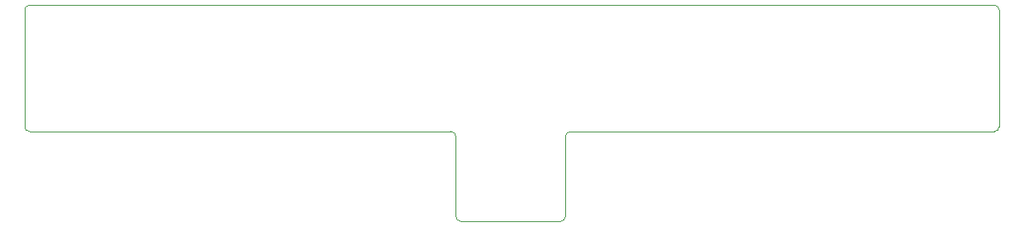
<source format=gbr>
G04 #@! TF.GenerationSoftware,KiCad,Pcbnew,(5.1.4)-1*
G04 #@! TF.CreationDate,2020-01-13T14:58:37-05:00*
G04 #@! TF.ProjectId,IRPanel,49525061-6e65-46c2-9e6b-696361645f70,rev?*
G04 #@! TF.SameCoordinates,Original*
G04 #@! TF.FileFunction,Profile,NP*
%FSLAX46Y46*%
G04 Gerber Fmt 4.6, Leading zero omitted, Abs format (unit mm)*
G04 Created by KiCad (PCBNEW (5.1.4)-1) date 2020-01-13 14:58:37*
%MOMM*%
%LPD*%
G04 APERTURE LIST*
%ADD10C,0.050000*%
G04 APERTURE END LIST*
D10*
X102750000Y-76500000D02*
G75*
G02X103250000Y-76000000I500000J0D01*
G01*
X103250000Y-89000000D02*
G75*
G02X102750000Y-88500000I0J500000D01*
G01*
X146500000Y-89000000D02*
G75*
G02X147000000Y-89500000I0J-500000D01*
G01*
X147500000Y-98250000D02*
G75*
G02X147000000Y-97750000I0J500000D01*
G01*
X158250000Y-97750000D02*
G75*
G02X157750000Y-98250000I-500000J0D01*
G01*
X158250000Y-89500000D02*
G75*
G02X158750000Y-89000000I500000J0D01*
G01*
X202750000Y-88500000D02*
G75*
G02X202250000Y-89000000I-500000J0D01*
G01*
X202250000Y-76000000D02*
G75*
G02X202750000Y-76500000I0J-500000D01*
G01*
X146500000Y-89000000D02*
X103250000Y-89000000D01*
X102750000Y-88500000D02*
X102750000Y-76500000D01*
X147000000Y-97750000D02*
X147000000Y-89500000D01*
X157750000Y-98250000D02*
X147500000Y-98250000D01*
X158250000Y-89500000D02*
X158250000Y-97750000D01*
X202250000Y-89000000D02*
X158750000Y-89000000D01*
X202750000Y-76500000D02*
X202750000Y-88500000D01*
X103250000Y-76000000D02*
X202250000Y-76000000D01*
M02*

</source>
